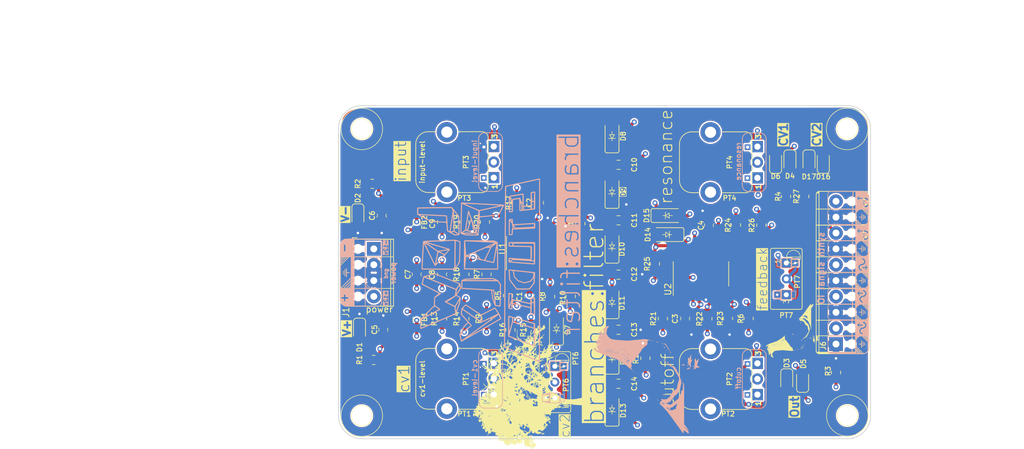
<source format=kicad_pcb>
(kicad_pcb (version 20241229) (generator "pcbnew") (generator_version "9.0")
  (layers (0 "F.Cu" signal) (4 "In1.Cu" signal) (6 "In2.Cu" signal) (2 "B.Cu" signal) (13 "F.Paste" user) (15 "B.Paste" user) (5 "F.SilkS" user "F.Silkscreen") (7 "B.SilkS" user "B.Silkscreen") (1 "F.Mask" user) (3 "B.Mask" user) (25 "Edge.Cuts" user))
  (net 0 "")
  (net 1 "+12V")
  (net 2 "GND")
  (net 3 "-12V")
  (net 4 "/AUDIO_OUT")
  (net 5 "/CV1_IN")
  (net 6 "Net-(C9-Pad1)")
  (net 7 "Net-(C9-Pad2)")
  (net 8 "Net-(D14-A)")
  (net 9 "Net-(D8-K)")
  (net 10 "Net-(D10-A)")
  (net 11 "Net-(D10-K)")
  (net 12 "Net-(D11-K)")
  (net 13 "Net-(D12-K)")
  (net 14 "Net-(D1-A)")
  (net 15 "Net-(D2-K)")
  (net 16 "Net-(D3-K)")
  (net 17 "/CV2_IN")
  (net 18 "Net-(D4-A)")
  (net 19 "/AUDIO_IN")
  (net 20 "Net-(D7-K)")
  (net 21 "Net-(D7-A)")
  (net 22 "Net-(D8-A)")
  (net 23 "Net-(D13-K)")
  (net 24 "Net-(D14-K)")
  (net 25 "Net-(J1-+12v)")
  (net 26 "Net-(J1--12v)")
  (net 27 "Net-(PT1-Pad2)")
  (net 28 "Net-(PT2-Pad2)")
  (net 29 "Net-(PT2-Pad3)")
  (net 30 "Net-(U2A--)")
  (net 31 "Net-(U2D-+)")
  (net 32 "Net-(PT4-Pad3)")
  (net 33 "Net-(PT6-Pad2)")
  (net 34 "Net-(PT7-Pad3)")
  (net 35 "Net-(U1A-+)")
  (net 36 "Net-(U1A--)")
  (net 37 "Net-(U1B--)")
  (net 38 "Net-(R10-Pad1)")
  (net 39 "Net-(U1C--)")
  (net 40 "Net-(U1D-+)")
  (net 41 "Net-(U1D--)")
  (net 42 "Net-(U2B--)")
  (net 43 "Net-(U2C-+)")
  (net 44 "Net-(U2C--)")
  (net 45 "Net-(D16-A)")
  (footprint "000_Diodes_Immo:D_MiniMELF_kawaii" (layer "F.Cu") (at 165.038 67.818 180)
    (property "Reference" "D14")
    (property "Value" "1N4148")
  )
  (footprint "000_Graphics_Immo:branches-graphic-3" (layer "F.Cu") (at 142.8242 92.1766 90)
    (property "Reference" "G***" (hide yes))
    (property "Value" "LOGO" (hide yes))
  )
  (footprint "000_Diodes_Immo:D_MiniMELF_kawaii" (layer "F.Cu") (at 156.21 95.825 90)
    (property "Reference" "D13")
    (property "Value" "1N4148")
  )
  (footprint "Resistor_SMD:R_0805_2012Metric_Pad1.20x1.40mm_HandSolder" (layer "F.Cu") (at 139.954 83.074 90)
    (property "Reference" "R16")
    (property "Value" "27k")
  )
  (footprint "000_Capacitors_Immo:C_0805_2012_HandSolder_kawaii" (layer "F.Cu") (at 144.526 62.7165 -90)
    (property "Reference" "C2")
    (property "Value" "100n")
  )
  (footprint "000_Diodes_Immo:LED_0805_2012_Kawaii" (layer "F.Cu") (at 184.15 91.177 -90)
    (property "Reference" "D5")
    (property "Value" "Audio Out")
  )
  (footprint "000_Diodes_Immo:D_MiniMELF_kawaii" (layer "F.Cu") (at 165.1 64.77)
    (property "Reference" "D15")
    (property "Value" "1N4148")
  )
  (footprint "000_ICs_Immo:SOIC-14_3.9x8.7mm_P1.27mm" (layer "F.Cu") (at 170.434 74.103 90)
    (property "Reference" "U2")
    (property "Value" "TL074")
  )
  (footprint "Resistor_SMD:R_0805_2012Metric_Pad1.20x1.40mm_HandSolder" (layer "F.Cu") (at 171.45 81.296 -90)
    (property "Reference" "R22")
    (property "Value" "33k")
  )
  (footprint "000-screw-terminals-immo:synth-signal-MPT-1x10_P2.54mm_Horizontal_1" (layer "F.Cu") (at 192.024 85.344 90)
    (property "Reference" "J6")
    (property "Value" "synth-signal-header-10way" (hide yes))
  )
  (footprint "000_Capacitors_Immo:C_0805_2012_HandSolder_kawaii" (layer "F.Cu") (at 171.704 66.3155 -90)
    (property "Reference" "C4")
    (property "Value" "100n")
  )
  (footprint "000_Capacitors_Immo:C_0805_2012_HandSolder_kawaii" (layer "F.Cu") (at 167.894 81.2585 -90)
    (property "Reference" "C3")
    (property "Value" "100n")
  )
  (footprint "Resistor_SMD:R_0805_2012Metric_Pad1.20x1.40mm_HandSolder" (layer "F.Cu") (at 136.144 74.184 90)
    (property "Reference" "R7")
    (property "Value" "33k")
  )
  (footprint "000_Capacitors_Immo:C_0805_2012_HandSolder_kawaii" (layer "F.Cu") (at 143.002 77.7025 -90)
    (property "Reference" "C1")
    (property "Value" "100n")
  )
  (footprint "000_Resistors_Immo:Potentiometer_Alpha-reversable" (layer "F.Cu") (at 137.294 90.906 90)
    (property "Reference" "PT1")
    (property "Value" "100k")
  )
  (footprint "Capacitor_SMD:C_0805_2012Metric_Pad1.18x1.45mm_HandSolder" (layer "F.Cu") (at 157.2475 83.058 180)
    (property "Reference" "C13")
    (property "Value" "1n")
  )
  (footprint "Resistor_SMD:R_0805_2012Metric_Pad1.20x1.40mm_HandSolder" (layer "F.Cu") (at 178.054 81.248 -90)
    (property "Reference" "R6")
    (property "Value" "27k")
  )
  (footprint "000_Diodes_Immo:D_MiniMELF_kawaii" (layer "F.Cu") (at 156.21 52.07 90)
    (property "Reference" "D8")
    (property "Value" "1N4148")
  )
  (footprint "Resistor_SMD:R_0805_2012Metric_Pad1.20x1.40mm_HandSolder" (layer "F.Cu") (at 180.086 66.31 -90)
    (property "Reference" "R26")
    (property "Value" "1k")
  )
  (footprint "Resistor_SMD:R_0805_2012Metric_Pad1.20x1.40mm_HandSolder" (layer "F.Cu") (at 136.144 81.296 -90)
    (property "Reference" "R9")
    (property "Value" "33k")
  )
  (footprint "Resistor_SMD:R_0805_2012Metric_Pad1.20x1.40mm_HandSolder" (layer "F.Cu") (at 132.588 65.802 90)
    (property "Reference" "R19")
    (property "Value" "33k")
  )
  (footprint "Resistor_SMD:R_0805_2012Metric_Pad1.20x1.40mm_HandSolder" (layer "F.Cu") (at 174.752 81.248 90)
    (property "Reference" "R23")
    (property "Value" "100k")
  )
  (footprint "000_Diodes_Immo:LED_0805_2012_Kawaii" (layer "F.Cu") (at 182.372 56.143 90)
    (property "Reference" "D6")
    (property "Value" "cv1")
  )
  (footprint "000_Diodes_Immo:LED_0805_2012_Kawaii" (layer "F.Cu") (at 115.57 64.779 -90)
    (property "Reference" "D2")
    (property "Value" "V-")
  )
  (footprint "000_Capacitors_Immo:C_0805_2012_HandSolder_kawaii" (layer "F.Cu") (at 124.968 74.1895 90)
    (property "Reference" "C7")
    (property "Value" "100n")
  )
  (footprint "000_Capacitors_Immo:C_0805_2012_HandSolder_kawaii" (layer "F.Cu") (at 129.032 74.1895 -90)
    (property "Reference" "C8")
    (property "Value" "100p")
  )
  (footprint "Capacitor_SMD:C_0805_2012Metric_Pad1.18x1.45mm_HandSolder" (layer "F.Cu") (at 157.2475 91.694 180)
    (property "Reference" "C14")
    (property "Value" "1n")
  )
  (footprint "Resistor_SMD:R_0805_2012Metric_Pad1.20x1.40mm_HandSolder" (layer "F.Cu") (at 149.606 77.708 -90)
    (property "Reference" "R10")
    (property "Value" "2k")
  )
  (footprint "000_Modules_Immo:credit-card-screws" (layer "F.Cu") (at 155.305611 71.066641)
    (property "Reference" "M1" (hide yes))
    (property "Value" "imogen-wren-card" (hide yes))
    (fp_line (start -42.84061 25.713416) (end -42.84061 -20.166584) (stroke (width 0.12)) (layer "Edge.Cuts"))
    (fp_line (start -39.120621 29.433416) (end 38.54939 29.429442) (stroke (width 0.12)) (layer "Edge.Cuts"))
    (fp_line (start -39.11061 -23.891582) (end 38.53939 -23.891582) (stroke (width 0.12)) (layer "Edge.Cuts"))
    (fp_line (start 42.254388 25.734456) (end 42.254388 -20.155544) (stroke (width 0.12)) (layer "Edge.Cuts"))
    (fp_arc (start -42.840611 -20.166584) (mid -41.747815 -22.802324) (end -39.11061 -23.891582) (stroke (width 0.12)) (layer "Edge.Cuts"))
    (fp_arc (start -39.120621 29.433416) (mid -41.748131 28.340929) (end -42.84061 25.713416) (stroke (width 0.12)) (layer "Edge.Cuts"))
    (fp_arc (start 38.53939 -23.891641) (mid 41.173761 -22.796079) (end 42.254387 -20.155544) (stroke (width 0.12)) (layer "Edge.Cuts"))
    (fp_arc (start 42.25439 25.734456) (mid 41.168613 28.350751) (end 38.54939 29.429442) (stroke (width 0.12)) (layer "Edge.Cuts"))
  )
  (footprint "000_Diodes_Immo:D_MiniMELF_kawaii" (layer "F.Cu") (at 156.21 69.725 90)
    (property "Reference" "D10")
    (property "Value" "1N4148")
  )
  (footprint "Resistor_SMD:R_0805_2012Metric_Pad1.20x1.40mm_HandSolder" (layer "F.Cu") (at 161.544 87.614 90)
    (property "Reference" "R11")
    (property "Value" "100k")
  )
  (footprint "Resistor_SMD:R_0805_2012Metric_Pad1.20x1.40mm_HandSolder" (layer "F.Cu") (at 192.024 89.9 -90)
    (property "Reference" "R3")
    (property "Value" "1k")
  )
  (footprint "Resistor_SMD:R_0805_2012Metric_Pad1.20x1.40mm_HandSolder" (layer "F.Cu") (at 118.094 87.884)
    (property "Reference" "R1")
    (property "Value" "1k")
  )
  (footprint "000_Diodes_Immo:D_MiniMELF_kawaii" (layer "F.Cu") (at 156.21 87.505 90)
    (property "Reference" "D12")
    (property "Value" "1N4148")
  )
  (footprint "Resistor_SMD:R_0805_2012Metric_Pad1.20x1.40mm_HandSolder" (layer "F.Cu") (at 129.032 81.296 90)
    (property "Reference" "R13")
    (property "Value" "68k")
  )
  (footprint "000_Diodes_Immo:D_MiniMELF_kawaii" (layer "F.Cu") (at 147.32 82.871 90)
    (property "Reference" "D7")
    (property "Value" "1N4148")
  )
  (footprint "000_Diodes_Immo:LED_0805_2012_Kawaii" (layer "F.Cu") (at 184.658 56.143 -90)
    (property "Reference" "D4")
    (property "Value" "cv1")
  )
  (footprint "000_Capacitors_Immo:C_0805_2012_HandSolder_kawaii" (layer "F.Cu") (at 119.634 83.0365 90)
    (property "Reference" "C5")
    (property "Value" "100n")
  )
  (footprint "Resistor_SMD:R_0805_2012Metric_Pad1.20x1.40mm_HandSolder" (layer "F.Cu") (at 151.13 66.056 -90)
    (property "Reference" "R12")
    (property "Value" "14k")
  )
  (footprint "000_Resistors_Immo:Potentiometer_Alpha-reversable" (layer "F.Cu") (at 137.294 56.209 90)
    (property "Reference" "PT3")
    (property "Value" "100k")
  )
  (footprint "000-screw-terminals-immo:synth-power-termbox-MPT-0,5-4-2.54_1x04_P2.54mm" (layer "F.Cu") (at 118.11 70.104 -90)
    (property "Reference" "J1")
    (property "Value" "power")
  )
  (footprint "000_Diodes_Immo:LED_0805_2012_Kawaii" (layer "F.Cu") (at 187.706 56.134 -90)
    (property "Reference" "D17")
    (property "Value" "cv2")
  )
  (footprint "Resistor_SMD:R_0805_2012Metric_Pad1.20x1.40mm_HandSolder" (layer "F.Cu") (at 132.588 81.296 90)
    (property "Reference" "R14")
    (property "Value" "68k")
  )
  (footprint "000_Resistors_Immo:Potentiometer_Bourns-reversable-1" (layer "F.Cu") (at 184.0738 72.3646 90)
    (property "Reference" "PT7")
    (property "Value" "100k-trim")
  )
  (footprint "Inductor_SMD:L_0805_2012Metric_Pad1.05x1.20mm_HandSolder" (layer "F.Cu") (at 124.968 81.4 -90)
    (property "Reference" "FB1")
    (property "Value" "FerriteBead")
  )
  (footprint "Resistor_SMD:R_0805_2012Metric_Pad1.20x1.40mm_HandSolder" (layer "F.Cu") (at 186.944 61.706 90)
    (property "Reference" "R27")
    (property "Value" "1k")
  )
  (footprint "000_Diodes_Immo:LED_0805_2012_Kawaii" (layer "F.Cu") (at 186.69 91.195 90)
    (property "Reference" "D3")
    (property "Value" "Audio Out")
  )
  (footprint "Resistor_SMD:R_0805_2012Metric_Pad1.20x1.40mm_HandSolder" (layer "F.Cu") (at 184.023 61.706 90)
    (property "Reference" "R4")
    (property "Value" "1k")
  )
  (footprint "000_Resistors_Immo:Potentiometer_Alpha-reversable" (layer "F.Cu") (at 179.458 56.235 90)
    (property "Reference" "PT4")
    (property "Value" "100k")
  )
  (footprint "000_Resistors_Immo:Potentiometer_Alpha-reversable" (layer "F.Cu") (at 179.458 90.932 90)
    (property "Reference" "PT2")
    (property "Value" "100k")
  )
  (footprint "000_Diodes_Immo:LED_0805_2012_Kawaii" (layer "F.Cu") (at 189.992 56.143 90)
    (property "Reference" "D16")
    (property "Value" "cv2")
  )
  (footprint "Resistor_SMD:R_0805_2012Metric_Pad1.20x1.40mm_HandSolder" (layer "F.Cu") (at 176.022 66.278 90)
    (property "Reference" "R24")
    (property "Value" "1k")
  )
  (footprint "Capacitor_SMD:C_0805_2012Metric_Pad1.18x1.45mm_HandSolder" (layer "F.Cu") (at 157.2475 56.642 180)
    (property "Reference" "C10")
    (property "Value" "1n")
  )
  (footprint "000-low-poly-studio:mask-heavy-low-poly-studio-15x10" (layer "F.Cu") (at 149.352 55.118 90)
    (property "Reference" "G***" (hide yes))
    (property "Value" "LOGO" (hide yes))
  )
  (footprint "000_Diodes_Immo:D_MiniMELF_kawaii" (layer "F.Cu") (at 156.21 78.615 90)
    (property "Reference" "D11")
    (property "Value" "1N4148")
  )
  (footprint "Resistor_SMD:R_0805_2012Metric_Pad1.20x1.40mm_HandSolder" (layer "F.Cu") (at 143.256 83.074 90)
    (property "Reference" "R15")
    (property "Value" "100k")
  )
  (footprint "000_Resistors_Immo:Potentiometer_Bourns-reversable-1" (layer "F.Cu") (at 147.066 88.9 90)
    (property "Reference" "PT6")
    (property "Value" "100k-trim")
  )
  (footprint "Resistor_SMD:R_0805_2012Metric_Pad1.20x1.40mm_HandSolder" (layer "F.Cu") (at 164.338 81.264 -90)
    (property "Reference" "R21")
    (property "Value" "1k")
  )
  (footprint "Inductor_SMD:L_0805_2012Metric_Pad1.05x1.20mm_HandSolder" (layer "F.Cu") (at 124.968 65.906 -90)
    (property "Reference" "FB2")
    (property "Value" "FerriteBead")
  )
  (footprint "000-low-poly-studio:low-poly-pigeon" (layer "F.Cu") (at 184.912 82.042 90)
    (property "Reference" "G***" (hide yes))
    (property "Value" "LOGO" (hide yes))
  )
  (footprint "000_Diodes_Immo:LED_0805_2012_Kawaii" (layer "F.Cu") (at 115.824 83.067 -90)
    (property "Reference" "D1")
    (property "Value" "V+")
  )
  (footprint "Resistor_SMD:R_0805_2012Metric_Pad1.20x1.40mm_HandSolder" (layer "F.Cu") (at 117.856 59.69)
    (property "Reference" "R2")
    (property "Value" "1k")
  )
  (footprint "Package_SO:SOIC-14_3.9x8.7mm_P1.27mm" (layer "F.Cu") (at 143.764 70.039 90)
    (property "Reference" "U1")
    (property "Value" "TL074")
  )
  (footprint "Capacitor_SMD:C_0805_2012Metric_Pad1.18x1.45mm_HandSolder" (layer "F.Cu") (at 129.032 65.8075 -90)
    (property "Reference" "C9")
    (property "Value" "1u")
  )
  (footprint "Resistor_SMD:R_0805_2012Metric_Pad1.20x1.40mm_HandSolder" (layer "F.Cu") (at 163.068 72.501 90)
    (property "Reference" "R25")
    (property "Value" "100k")
  )
  (footprint "Resistor_SMD:R_0805_2012Metric_Pad1.20x1.40mm_HandSolder" (layer "F.Cu") (at 135.89 65.802 -90)
    (property "Reference" "R20")
    (property "Value" "33k")
  )
  (footprint "Resistor_SMD:R_0805_2012Metric_Pad1.20x1.40mm_HandSolder" (layer "F.Cu") (at 132.588 74.184 90)
    (property "Reference" "R18")
    (property "Value" "33k")
  )
  (footprint "Resistor_SMD:R_0805_2012Metric_Pad1.20x1.40mm_HandSolder" (layer "F.Cu") (at 139.573 77.581 90)
    (property "Reference" "R5")
    (property "Value" "100k")
  )
  (footprint "000_Diodes_Immo:D_MiniMELF_kawaii" (layer "F.Cu") (at 156.21 60.96 90)
    (property "Reference" "D9")
    (property "Value" "1N4148")
  )
  (footprint "Resistor_SMD:R_0805_2012Metric_Pad1.20x1.40mm_HandSolder" (layer "F.Cu") (at 140.97 62.754 -90)
    (property "Reference" "R17")
    (property "Value" "33k")
  )
  (footprint "Capacitor_SMD:C_0805_2012Metric_Pad1.18x1.45mm_HandSolder" (layer "F.Cu") (at 157.2475 65.532 180)
    (property "Reference" "C11")
    (property "Value" "1n")
  )
  (footprint "000_Capacitors_Immo:C_0805_2012_HandSolder_kawaii" (layer "F.Cu") (at 119.38 64.7915 90)
    (property "Reference" "C6")
    (property "Value" "100n")
  )
  (footprint "Resistor_SMD:R_0805_2012Metric_Pad1.20x1.40mm_HandSolder" (layer "F.Cu") (at 146.304 77.74 90)
    (property "Reference" "R8")
    (property "Value" "33k")
  )
  (footprint "Capacitor_SMD:C_0805_2012Metric_Pad1.18x1.45mm_HandSolder" (layer "F.Cu") (at 157.2475 74.23 180)
    (property "Reference" "C12")
    (property "Value" "1n")
  )
  (footprint "000-low-poly-studio:low-poly-pigeon" (layer "B.Cu") (at 161.544 92.202 -90)
    (property "Reference" "G***" (hide yes))
    (property "Value" "LOGO" (hide yes))
  )
  (footprint "000-low-poly-studio:heavy-low-poly-studio-30x20" (layer "B.Cu") (at 134.874 73.533 -90)
    (property "Reference" "G***" (hide yes))
    (property "Value" "LOGO" (hide yes))
  )
  (footprint "000_Graphics_Immo:ImogenWren40_cu" (layer "B.Cu") (at 166.116 72.644 -90)
    (property "Reference" "G***" (hide yes))
    (property "Value" "LOGO" (hide yes))
  )
  (gr_text "filter" (at 155.1 76.885 90) (layer "F.SilkS") (effects (font (size 3 3) (thickness 0.2)) (justify left bottom)))
  (gr_text "CV2" (at 189.738 53.848 90) (layer "F.SilkS" knockout) (effects (font (size 1.3 1.3) (thickness 0.3) (bold yes)) (justify left bottom)))
  (gr_text "branches:" (at 155.184453 98.400547 90) (layer "F.SilkS" knockout) (effects (font (size 3 3) (thickness 0.2)) (justify left bottom)))
  (gr_text "CV1" (at 184.404 53.848 90) (layer "F.SilkS" knockout) (effects (font (size 1.3 1.3) (thickness 0.3) (bold yes)) (justify left bottom)))
  (gr_text "Out" (at 186.182 97.282 90) (layer "F.SilkS" knockout) (effects (font (size 1.3 1.3) (thickness 0.3) (bold yes)) (justify left bottom)))
  (gr_text "filter" (at 151.384 73.152 90) (layer "B.SilkS") (effects (font (size 3 3) (thickness 0.2)) (justify left bottom mirror)))
  (gr_text "branches:" (at 151.13 51.382453 90) (layer "B.SilkS" knockout) (effects (font (size 3 3) (thickness 0.2)) (justify left bottom mirror)))
  (segment (start 170.134001 76.877999) (end 170.134001 78.550748) (width 0.5) (layer "F.Cu") (net 1))
  (segment (start 169.234489 80.221) (end 170.434 79.021489) (width 0.5) (layer "F.Cu") (net 1))
  (segment (start 143.002 76.665) (end 143.002 75.438) (width 0.5) (layer "F.Cu") (net 1))
  (segment (start 143.002 77.5025) (end 143.002 76.665) (width 0.5) (layer "F.Cu") (net 1))
  (segment (start 129.032 76.454) (end 129.032 75.227) (width 0.5) (layer "F.Cu") (net 1))
  (segment (start 119.634 85.566) (end 119.094 86.106) (width 0.5) (layer "F.Cu") (net 1))
  (segment (start 143.002 75.438) (end 143.764 74.676) (width 0.5) (layer "F.Cu") (net 1))
  (segment (start 119.634 84.074) (end 119.634 85.566) (width 0.5) (layer "F.Cu") (net 1))
  (segment (start 170.134001 78.550748) (end 170.434 78.850747) (width 0.5) (layer "F.Cu") (net 1))
  (segment (start 170.434 78.850747) (end 170.434 79.021489) (width 0.5) (layer "F.Cu") (net 1))
  (segment (start 170.434 76.578) (end 170.134001 76.877999) (width 0.5) (layer "F.Cu") (net 1))
  (segment (start 143.764 74.676) (end 143.764 72.514) (width 0.5) (layer "F.Cu") (net 1))
  (segment (start 167.894 80.221) (end 169.234489 80.221) (width 0.5) (layer "F.Cu") (net 1))
  (segment (start 124.968 76.454) (end 124.968 75.227) (width 0.5) (layer "F.Cu") (net 1))
  (segment (start 124.968 82.55) (end 124.968 81.534) (width 0.5) (layer "F.Cu") (net 1))
  (segment (start 124.968 84.074) (end 124.968 82.55) (width 0.5) (layer "F.Cu") (net 1))
  (segment (start 119.094 87.884) (end 119.094 86.106) (width 0.5) (layer "F.Cu") (net 1))
  (via (at 143.002 77.5025) (size 0.8) (drill 0.4) (layers "F.Cu" "B.Cu") (net 1))
  (via (at 124.968 76.454) (size 0.8) (drill 0.4) (layers "F.Cu" "B.Cu") (net 1))
  (via (at 124.968 84.074) (size 0.8) (drill 0.4) (layers "F.Cu" "B.Cu") (net 1))
  (via (at 124.968 81.534) (size 0.8) (drill 0.4) (layers "F.Cu" "B.Cu") (net 1))
  (via (at 119.094 86.106) (size 0.8) (drill 0.4) (layers "F.Cu" "B.Cu") (net 1))
  (via (at 179.324 85.598) (size 0.8) (drill 0.4) (layers "F.Cu" "B.Cu") (net 1))
  (via (at 129.032 76.454) (size 0.8) (drill 0.4) (layers "F.Cu" "B.Cu") (net 1))
  (via (at 170.434 79.021489) (size 0.8) (drill 0.4) (layers "F.Cu" "B.Cu") (net 1))
  (segment (start 179.324 85.598) (end 179.324 86.7848) (width 0.5) (layer "B.Cu") (net 1))
  (segment (start 144.526 61.679) (end 145.923 63.076) (width 0.5) (layer "F.Cu") (net 2))
  (segment (start 145.034 66.04) (end 145.923 65.151) (width 0.5) (layer "F.Cu") (net 2))
  (segment (start 139.954 84.074) (end 139.954 85.344) (width 0.5) (layer "F.Cu") (net 2))
  (segment (start 158.285 65.532) (end 158.285 63.203) (width 0.5) (layer "F.Cu") (net 2))
  (segment (start 171.704 65.278) (end 171.704 64.516) (width 0.5) (layer "F.Cu") (net 2))
  (segment (start 158.285 74.23) (end 160.974 74.23) (width 0.5) (layer "F.Cu") (net 2))
  (segment (start 167.894 82.296) (end 167.894 82.804) (width 0.5) (layer "F.Cu") (net 2))
  (segment (start 132.588 66.802) (end 133.35 66.802) (width 0.5) (layer "F.Cu") (net 2))
  (segment (start 160.974 74.23) (end 161.036 74.168) (width 0.5) (layer "F.Cu") (net 2))
  (segment (start 115.824 82.042) (end 115.824 80.518) (width 0.5) (layer "F.Cu") (net 2))
  (segment (start 119.634 81.999) (end 119.634 80.772) (width 0.5) (layer "F.Cu") (net 2))
  (segment (start 158.285 83.058) (end 160.782 83.058) (width 0.5) (layer "F.Cu") (net 2))
  (segment (start 167.894 82.804) (end 168.91 83.82) (width 0.5) (layer "F.Cu") (net 2))
  (segment (start 171.704 77.751069) (end 171.223069 78.232) (width 0.5) (layer "F.Cu") (net 2))
  (segment (start 171.704 76.578) (end 171.704 77.751069) (width 0.5) (layer "F.Cu") (net 2))
  (segment (start 135.7192 53.796) (end 134.7928 54.7224) (width 0.5) (layer "F.Cu") (net 2))
  (segment (start 119.38 65.829) (end 119.38 67.564) (width 0.5) (layer "F.Cu") (net 2))
  (segment (start 145.923 63.076) (end 145.923 65.151) (width 0.5) (layer "F.Cu") (net 2))
  (segment (start 145.034 67.564) (end 145.034 66.04) (width 0.5) (layer "F.Cu") (net 2))
  (segment (start 115.57 65.804) (end 115.57 67.564) (width 0.5) (layer "F.Cu") (net 2))
  (segment (start 174.752 82.248) (end 174.752 83.566) (width 0.5) (layer "F.Cu") (net 2))
  (segment (start 171.704 64.516) (end 171.196 64.008) (width 0.5) (layer "F.Cu") (net 2))
  (segment (start 134.7928 54.7224) (end 134.7928 59.649999) (width 0.5) (layer "F.Cu") (net 2))
  (segment (start 145.034 74.93) (end 145.034 72.514) (width 0.5) (layer "F.Cu") (net 2))
  (segment (start 158.285 63.203) (end 158.496 62.992) (width 0.5) (layer "F.Cu") (net 2))
  (segment (start 133.35 66.802) (end 133.858 67.31) (width 0.5) (layer "F.Cu") (net 2))
  (segment (start 171.196 64.008) (end 170.688 64.008) (width 0.5) (layer "F.Cu") (net 2))
  (segment (start 174.752 83.566) (end 175.006 83.82) (width 0.5) (layer "F.Cu") (net 2))
  (segment (start 135.467801 60.325) (end 135.9662 60.325) (width 0.5) (layer "F.Cu") (net 2))
  (segment (start 192.024 88.9) (end 192.024 87.63) (width 0.5) (layer "F.Cu") (net 2))
  (segment (start 134.7928 59.649999) (end 135.467801 60.325) (width 0.5) (layer "F.Cu") (net 2))
  (via (at 192.024 87.63) (size 0.8) (drill 0.4) (layers "F.Cu" "B.Cu") (net 2))
  (via (at 175.006 83.82) (size 0.8) (drill 0.4) (layers "F.Cu" "B.Cu") (net 2))
  (via (at 171.223069 78.232) (size 0.8) (drill 0.4) (layers "F.Cu" "B.Cu") (net 2))
  (via (at 160.782 83.058) (size 0.8) (drill 0.4) (layers "F.Cu" "B.Cu") (net 2))
  (via (at 133.858 67.31) (size 0.8) (drill 0.4) (layers "F.Cu" "B.Cu") (net 2))
  (via (at 161.036 74.168) (size 0.8) (drill 0.4) (layers "F.Cu" "B.Cu") (net 2))
  (via (at 145.034 74.93) (size 0.8) (drill 0.4) (layers "F.Cu" "B.Cu") (net 2))
  (via (at 158.496 62.992) (size 0.8) (drill 0.4) (layers "F.Cu" "B.Cu") (net 2))
  (via (at 115.57 67.564) (size 0.8) (drill 0.4) (layers "F.Cu" "B.Cu") (net 2))
  (via (at 119.38 67.564) (size 0.8) (drill 0.4) (layers "F.Cu" "B.Cu") (net 2))
  (via (at 135.9662 60.325) (size 0.8) (drill 0.4) (layers "F.Cu" "B.Cu") (net 2))
  (via (at 170.688 64.008) (size 0.8) (drill 0.4) (layers "F.Cu" "B.Cu") (net 2))
  (via (at 115.824 80.518) (size 0.8) (drill 0.4) (layers "F.Cu" "B.Cu") (net 2))
  (via (at 137.751897 95.293103) (size 0.8) (drill 0.4) (layers "F.Cu" "B.Cu") (net 2))
  (via (at 139.954 85.344) (size 0.8) (drill 0.4) (layers "F.Cu" "B.Cu") (net 2))
  (via (at 145.045 88.9) (size 0.8) (drill 0.4) (layers "F.Cu" "B.Cu") (net 2))
  (via (at 145.923 65.151) (size 0.8) (drill 0.4) (layers "F.Cu" "B.Cu") (net 2))
  (via (at 168.91 83.82) (size 0.8) (drill 0.4) (layers "F.Cu" "B.Cu") (net 2))
  (via (at 119.634 80.772) (size 0.8) (drill 0.4) (layers "F.Cu" "B.Cu") (net 2))
  (segment (start 145.895 88.9254) (end 145.895 88.9) (width 0.5) (layer "B.Cu") (net 2))
  (segment (start 145.895 88.9) (end 145.045 88.9) (width 0.5) (layer "B.Cu") (net 2))
  (segment (start 137.3956 95.482806) (end 137.415397 95.502603) (width 0.5) (layer "B.Cu") (net 2))
  (segment (start 135.9662 60.325) (end 137.369 60.325) (width 0.5) (layer "B.Cu") (net 2))
  (segment (start 137.542397 95.502603) (end 137.751897 95.293103) (width 0.5) (layer "B.Cu") (net 2))
  (segment (start 137.415397 95.502603) (end 137.542397 95.502603) (width 0.5) (layer "B.Cu") (net 2))
  (segment (start 137.3956 94.9954) (end 137.3956 95.482806) (width 0.5) (layer "B.Cu") (net 2))
  (segment (start 170.434 69.342) (end 171.45 68.326) (width 0.5) (layer "F.Cu") (net 3))
  (segment (start 172.466 67.31) (end 171.747 67.31) (width 0.5) (layer "F.Cu") (net 3))
  (segment (start 178.054 78.994) (end 177.673 78.613) (width 0.5) (layer "F.Cu") (net 3))
  (segment (start 143.764 65.786) (end 144.526 65.024) (width 0.5) (layer "F.Cu") (net 3))
  (segment (start 170.434 71.628) (end 170.434 69.342) (width 0.5) (layer "F.Cu") (net 3))
  (segment (start 171.45 68.326) (end 171.704 68.072) (width 0.5) (layer "F.Cu") (net 3))
  (segment (start 143.764 67.564) (end 143.764 65.786) (width 0.5) (layer "F.Cu") (net 3))
  (segment (start 173.228 66.548) (end 173.228 65.532) (width 0.5) (layer "F.Cu") (net 3))
  (segment (start 129.032 71.882) (end 129.032 73.152) (width 0.5) (layer "F.Cu") (net 3))
  (segment (start 171.747 67.31) (end 171.704 67.353) (width 0.5) (layer "F.Cu") (net 3))
  (segment (start 178.054 80.248) (end 178.054 78.994) (width 0.5) (layer "F.Cu") (net 3))
  (segment (start 144.526 65.024) (end 144.526 63.754) (width 0.5) (layer "F.Cu") (net 3))
  (segment (start 124.968 71.882) (end 124.968 73.152) (width 0.5) (layer "F.Cu") (net 3))
  (segment (start 119.38 61.722) (end 118.872 61.214) (width 0.5) (layer "F.Cu") (net 3))
  (segment (start 171.704 68.072) (end 171.704 67.353) (width 0.5) (layer "F.Cu") (net 3))
  (segment (start 124.968 65.786) (end 124.968 64.756) (width 0.5) (layer "F.Cu") (net 3))
  (segment (start 143.256 84.074) (end 143.256 85.1662) (width 0.5) (layer "F.Cu") (net 3))
  (segment (start 172.466 67.31) (end 173.228 66.548) (width 0.5) (layer "F.Cu") (net 3))
  (segment (start 119.38 63.754) (end 119.38 61.722) (width 0.5) (layer "F.Cu") (net 3))
  (segment (start 118.872 61.214) (end 118.872 59.706) (width 0.5) (layer "F.Cu") (net 3))
  (via (at 118.872 61.214) (size 0.8) (drill 0.4) (layers "F.Cu" "B.Cu") (net 3))
  (via (at 124.968 65.786) (size 0.8) (drill 0.4) (layers "F.Cu" "B.Cu") (net 3))
  (via (at 143.256 85.1662) (size 0.8) (drill 0.4) (layers "F.Cu" "B.Cu") (net 3))
  (via (at 173.228 65.532) (size 0.8) (drill 0.4) (layers "F.Cu" "B.Cu") (net 3))
  (via (at 177.673 78.613) (size 0.8) (drill 0.4) (layers "F.Cu" "B.Cu") (net 3))
  (via (at 124.968 71.882) (size 0.8) (drill 0.4) (layers "F.Cu" "B.Cu") (net 3))
  (via (at 144.526 65.024) (size 0.8) (drill 0.4) (layers "F.Cu" "B.Cu") (net 3))
  (via (at 129.032 71.882) (size 0.8) (drill 0.4) (layers "F.Cu" "B.Cu") (net 3))
  (segment (start 184.15 90.152) (end 186.672 90.152) (width 0.5) (layer "F.Cu") (net 4))
  (segment (start 186.672 89.898) (end 185.547 88.773) (width 0.5) (layer "F.Cu") (net 4))
  (segment (start 186.69 89.916) (end 185.547 88.773) (width 0.5) (layer "F.Cu") (net 4))
  (segment (start 176.022 65.278) (end 176.022 64.008) (width 0.5) (layer "F.Cu") (net 4))
  (via (at 176.022 64.008) (size 0.8) (drill 0.4) (layers "F.Cu" "B.Cu") (net 4))
  (via (at 185.547 88.773) (size 0.8) (drill 0.4) (layers "F.Cu" "B.Cu") (net 4))
  (segment (start 182.372 55.118) (end 184.658 55.118) (width 0.5) (layer "F.Cu") (net 5))
  (segment (start 184.658 55.118) (end 184.658 54.356) (width 0.5) (layer "F.Cu") (net 5))
  (segment (start 184.658 54.356) (end 185.3565 53.6575) (width 0.5) (layer "F.Cu") (net 5))
  (via (at 185.3565 53.6575) (size 0.8) (drill 0.4) (layers "F.Cu" "B.Cu") (net 5))
  (via (at 135.89 86.741) (size 0.8) (drill 0.4) (layers "F.Cu" "B.Cu") (net 5))
  (segment (start 137.2432 86.842) (end 135.991 86.842) (width 0.5) (layer "B.Cu") (net 5))
  (segment (start 135.991 86.842) (end 135.89 86.741) (width 0.5) (layer "B.Cu") (net 5))
  (segment (start 129.159 64.008) (end 129.159 64.643) (width 0.5) (layer "F.Cu") (net 6))
  (segment (start 127.635 62.484) (end 129.159 64.008) (width 0.5) (layer "F.Cu") (net 6))
  (via (at 127.635 62.484) (size 0.8) (drill 0.4) (layers "F.Cu" "B.Cu") (net 6))
  (segment (start 129.032 66.845) (end 129.032 68.199) (width 0.5) (layer "F.Cu") (net 7))
  (segment (start 140.303 78.581) (end 140.97 79.248) (width 0.5) (layer "F.Cu") (net 7))
  (segment (start 139.573 78.581) (end 140.303 78.581) (width 0.5) (layer "F.Cu") (net 7))
  (via (at 129.032 68.199) (size 0.8) (drill 0.4) (layers "F.Cu" "B.Cu") (net 7))
  (via (at 140.97 79.248) (size 0.8) (drill 0.4) (layers "F.Cu" "B.Cu") (net 7))
  (segment (start 163.26 64.77) (end 163.26 67.751) (width 0.5) (layer "F.Cu") (net 8))
  (segment (start 166.624 71.628) (end 166.624 70.612) (width 0.5) (layer "F.Cu") (net 8))
  (segment (start 158.285 91.694) (end 159.004 91.694) (width 0.5) (layer "F.Cu") (net 8))
  (segment (start 159.766 56.642) (end 161.544 54.864) (width 0.5) (layer "F.Cu") (net 8))
  (segment (start 163.193 67.818) (end 163.193 69.848002) (width 0.5) (layer "F.Cu") (net 8))
  (segment (start 163.445002 69.596) (end 163.193 69.848002) (width 0.5) (layer "F.Cu") (net 8))
  (segment (start 165.608 69.596) (end 163.445002 69.596) (width 0.5) (layer "F.Cu") (net 8))
  (segment (start 163.193 67.818) (end 163.193 69.848) (width 0.5) (layer "F.Cu") (net 8))
  (segment (start 163.26 64.77) (end 163.26 62.93) (width 0.5) (layer "F.Cu") (net 8))
  (segment (start 163.068 69.973002) (end 163.193 69.848002) (width 0.5) (layer "F.Cu") (net 8))
  (segment (start 163.068 71.406) (end 163.068 69.973002) (width 0.5) (layer "F.Cu") (net 8))
  (segment (start 166.624 70.612) (end 165.608 69.596) (width 0.5) (layer "F.Cu") (net 8))
  (segment (start 163.26 62.93) (end 163.068 62.738) (width 0.5) (layer "F.Cu") (net 8))
  (segment (start 158.285 56.642) (end 159.766 56.642) (width 0.5) (layer "F.Cu") (net 8))
  (segment (start 159.512 56.642) (end 158.285 56.642) (width 0.5) (layer "F.Cu") (net 8))
  (segment (start 159.004 91.694) (end 161.29 93.98) (width 0.5) (layer "F.Cu") (net 8))
  (via (at 161.544 54.864) (size 0.8) (drill 0.4) (layers "F.Cu" "B.Cu") (net 8))
  (via (at 163.068 62.738) (size 0.8) (drill 0.4) (layers "F.Cu" "B.Cu") (net 8))
  (via (at 161.29 93.98) (size 0.8) (drill 0.4) (layers "F.Cu" "B.Cu") (net 8))
  (via (at 163.193 69.848002) (size 0.8) (drill 0.4) (layers "F.Cu" "B.Cu") (net 8))
  (segment (start 156.21 59.115) (end 156.21 53.91) (width 0.5) (layer "F.Cu") (net 9))
  (segment (start 156.21 67.88) (end 156.21 62.8) (width 0.5) (layer "F.Cu") (net 10))
  (segment (start 169.164 76.578) (end 169.164 78.886237) (width 0.5) (layer "F.Cu") (net 11))
  (segment (start 156.21 75.438) (end 156.21 71.565) (width 0.5) (layer "F.Cu") (net 11))
  (segment (start 156.21 76.77) (end 156.21 75.438) (width 0.5) (layer "F.Cu") (net 11))
  (segment (start 169.164 78.886237) (end 169.230229 78.952466) (width 0.5) (layer "F.Cu") (net 11))
  (via (at 156.21 75.438) (size 0.8) (drill 0.4) (layers "F.Cu" "B.Cu") (net 11))
  (via (at 169.230229 78.952466) (size 0.8) (drill 0.4) (layers "F.Cu" "B.Cu") (net 11))
  (segment (start 156.21 85.66) (end 156.21 80.455) (width 0.5) (layer "F.Cu") (net 12))
  (segment (start 156.21 93.98) (end 156.21 89.345) (width 0.5) (layer "F.Cu") (net 13))
  (segment (start 115.824 87.376) (end 116.332 87.884) (width 0.5) (layer "F.Cu") (net 14))
  (segment (start 115.824 84.092) (end 115.824 87.376) (width 0.5) (layer "F.Cu") (net 14))
  (segment (start 116.332 87.884) (end 117.094 87.884) (width 0.5) (layer "F.Cu") (net 14))
  (segment (start 115.57 63.754) (end 115.57 59.944) (width 0.5) (layer "F.Cu") (net 15))
  (segment (start 115.57 59.944) (end 115.824 59.69) (width 0.5) (layer "F.Cu") (net 15))
  (segment (start 115.824 59.69) (end 116.856 59.69) (width 0.5) (layer "F.Cu") (net 15))
  (segment (start 184.15 92.202) (end 186.672 92.202) (width 0.5) (layer "F.Cu") (net 16))
  (segment (start 186.69 92.964) (end 186.944 93.218) (width 0.5) (layer "F.Cu") (net 16))
  (segment (start 186.944 93.218) (end 186.944 93.726) (width 0.5) (layer "F.Cu") (net 16))
  (segment (start 186.944 93.726) (end 187.579 94.361) (width 0.5) (layer "F.Cu") (net 16))
  (segment (start 192.024 90.9) (end 192.024 92.202) (width 0.5) (layer "F.Cu") (net 16))
  (segment (start 186.69 92.22) (end 186.69 92.964) (width 0.5) (layer "F.Cu") (net 16))
  (via (at 192.024 92.202) (size 0.8) (drill 0.4) (layers "F.Cu" "B.Cu") (net 16))
  (via (at 187.579 94.361) (size 0.8) (drill 0.4) (layers "F.Cu" "B.Cu") (net 16))
  (segment (start 192.024 67.564) (end 190.473 66.013) (width 0.5) (layer "F.Cu") (net 17))
  (segment (start 189.992 57.168) (end 187.715 57.168) (width 0.5) (layer "F.Cu") (net 17))
  (segment (start 190.473 57.195) (end 190.446 57.168) (width 0.5) (layer "F.Cu") (net 17))
  (segment (start 190.473 66.013) (end 190.473 57.195) (width 0.5) (layer "F.Cu") (net 17))
  (segment (start 148.4884 88.9) (end 148.4884 93.9546) (width 0.5) (layer "B.Cu") (net 17))
  (segment (start 182.372 57.168) (end 184.658 57.168) (width 0.5) (layer "F.Cu") (net 18))
  (segment (start 184.023 57.803) (end 184.658 57.168) (width 0.5) (layer "F.Cu") (net 18))
  (segment (start 184.023 60.706) (end 184.023 57.803) (width 0.5) (layer "F.Cu") (net 18))
  (via (at 137.414 50.546) (size 0.8) (drill 0.4) (layers "F.Cu" "B.Cu") (net 19))
  (segment (start 137.414 50.546) (end 137.414 51.9742) (width 0.5) (layer "B.Cu") (net 19))
  (segment (start 146.304 79.629) (end 145.669 80.264) (width 0.5) (layer "F.Cu") (net 20))
  (segment (start 147.32 84.711) (end 147.32 85.852) (width 0.5) (layer "F.Cu") (net 20))
  (segment (start 139.954 82.074) (end 140.684 82.074) (width 0.5) (layer "F.Cu") (net 20))
  (segment (start 146.304 78.74) (end 146.304 79.629) (width 0.5) (layer "F.Cu") (net 20))
  (segment (start 140.97 61.754) (end 140.97 60.325) (width 0.5) (layer "F.Cu") (net 20))
  (segment (start 143.256 82.074) (end 143.256 81.026) (width 0.5) (layer "F.Cu") (net 20))
  (segment (start 140.684 82.074) (end 141.224 81.534) (width 0.5) (layer "F.Cu") (net 20))
  (via (at 143.256 81.026) (size 0.8) (drill 0.4) (layers "F.Cu" "B.Cu") (net 20))
  (via (at 141.224 81.534) (size 0.8) (drill 0.4) (layers "F.Cu" "B.Cu") (net 20))
  (via (at 140.97 60.325) (size 0.8) (drill 0.4) (layers "F.Cu" "B.Cu") (net 20))
  (via (at 145.669 80.264) (size 0.8) (drill 0.4) (layers "F.Cu" "B.Cu") (net 20))
  (via (at 147.32 85.852) (size 0.8) (drill 0.4) (layers "F.Cu" "B.Cu") (net 20))
  (segment (start 148.774914 66.230927) (end 148.774914 66.465959) (width 0.5) (layer "F.Cu") (net 21))
  (segment (start 149.092841 65.913) (end 148.774914 66.230927) (width 0.5) (layer "F.Cu") (net 21))
  (segment (start 147.574 67.564) (end 148.672041 66.465959) (width 0.5) (layer "F.Cu") (net 21))
  (segment (start 148.672041 66.465959) (end 148.774914 66.465959) (width 0.5) (layer "F.Cu") (net 21))
  (segment (start 147.32 80.137) (end 147.828 79.629) (width 0.5) (layer "F.Cu") (net 21))
  (segment (start 149.733 65.913) (end 149.092841 65.913) (width 0.5) (layer "F.Cu") (net 21))
  (segment (start 147.32 81.026) (end 147.32 80.137) (width 0.5) (layer "F.Cu") (net 21))
  (segment (start 150.876 67.056) (end 149.733 65.913) (width 0.5) (layer "F.Cu") (net 21))
  (via (at 148.774914 66.465959) (size 0.8) (drill 0.4) (layers "F.Cu" "B.Cu") (net 21))
  (via (at 147.828 79.629) (size 0.8) (drill 0.4) (layers "F.Cu" "B.Cu") (net 21))
  (segment (start 156.21 50.225) (end 159.325 50.225) (width 0.5) (layer "F.Cu") (net 22))
  (segment (start 159.325 50.225) (end 159.766 49.784) (width 0.5) (layer "F.Cu") (net 22))
  (segment (start 149.479 78.835) (end 149.479 80.061103) (width 0.5) (layer "F.Cu") (net 22))
  (segment (start 136.144 82.296) (end 136.144001 83.388199) (width 0.5) (layer "F.Cu") (net 22))
  (segment (start 149.479 80.061103) (end 149.543897 80.126) (width 0.5) (layer "F.Cu") (net 22))
  (via (at 136.144001 83.388199) (size 0.8) (drill 0.4) (layers "F.Cu" "B.Cu") (net 22))
  (via (at 159.766 49.784) (size 0.8) (drill 0.4) (layers "F.Cu" "B.Cu") (net 22))
  (via (at 149.543897 80.126) (size 0.8) (drill 0.4) (layers "F.Cu" "B.Cu") (net 22))
  (segment (start 139.954 66.548) (end 139.446 66.04) (width 0.5) (layer "F.Cu") (net 23))
  (segment (start 139.446 66.04) (end 137.668 66.04) (width 0.5) (layer "F.Cu") (net 23))
  (segment (start 136.906 66.802) (end 135.89 66.802) (width 0.5) (layer "F.Cu") (net 23))
  (segment (start 159.641 97.665) (end 160.274 98.298) (width 0.5) (layer "F.Cu") (net 23))
  (segment (start 137.668 66.04) (end 136.906 66.802) (width 0.5) (layer "F.Cu") (net 23))
  (segment (start 139.954 67.564) (end 139.954 66.548) (width 0.5) (layer "F.Cu") (net 23))
  (segment (start 156.21 97.665) (end 159.641 97.665) (width 0.5) (layer "F.Cu") (net 23))
  (segment (start 135.89 66.802) (end 135.89 68.199) (width 0.5) (layer "F.Cu") (net 23))
  (via (at 135.89 68.199) (size 0.8) (drill 0.4) (layers "F.Cu" "B.Cu") (net 23))
  (via (at 160.274 98.298) (size 0.8) (drill 0.4) (layers "F.Cu" "B.Cu") (net 23))
  (segment (start 163.068 74.93) (end 162.814 75.184) (width 0.5) (layer "F.Cu") (net 24))
  (segment (start 166.945 64.77) (end 166.945 67.751) (width 0.5) (layer "F.Cu") (net 24))
  (segment (start 166.878 68.668) (end 167.044 68.834) (width 0.5) (layer "F.Cu") (net 24))
  (segment (start 168.148 68.834) (end 168.402 68.58) (width 0.5) (layer "F.Cu") (net 24))
  (segment (start 163.068 73.406) (end 163.068 74.93) (width 0.5) (layer "F.Cu") (net 24))
  (segment (start 166.878 67.818) (end 166.878 68.668) (width 0.5) (layer "F.Cu") (net 24))
  (segment (start 167.894 69.088) (end 168.402 68.58) (width 0.5) (layer "F.Cu") (net 24))
  (segment (start 167.894 71.628) (end 167.894 69.088) (width 0.5) (layer "F.Cu") (net 24))
  (segment (start 167.044 68.834) (end 168.148 68.834) (width 0.5) (layer "F.Cu") (net 24))
  (segment (start 180.086 64.516) (end 179.324 63.754) (width 0.5) (layer "F.Cu") (net 24))
  (segment (start 166.945 64.77) (end 168.402 64.77) (width 0.5) (layer "F.Cu") (net 24))
  (segment (start 180.086 65.31) (end 180.086 64.516) (width 0.5) (layer "F.Cu") (net 24))
  (segment (start 168.402 64.77) (end 168.656 64.516) (width 0.5) (layer "F.Cu") (net 24))
  (via (at 162.814 75.184) (size 0.8) (drill 0.4) (layers "F.Cu" "B.Cu") (net 24))
  (via (at 179.324 63.754) (size 0.8) (drill 0.4) (layers "F.Cu" "B.Cu") (net 24))
  (via (at 168.656 64.516) (size 0.8) (drill 0.4) (layers "F.Cu" "B.Cu") (net 24))
  (via (at 168.402 68.58) (size 0.8) (drill 0.4) (layers "F.Cu" "B.Cu") (net 24))
  (segment (start 123.444 80.137) (end 124.855 80.137) (width 0.5) (layer "F.Cu") (net 25))
  (via (at 123.444 80.137) (size 0.8) (drill 0.4) (layers "F.Cu" "B.Cu") (net 25))
  (segment (start 123.571 67.056) (end 124.968 67.056) (width 0.5) (layer "F.Cu") (net 26))
  (via (at 123.571 67.056) (size 0.8) (drill 0.4) (layers "F.Cu" "B.Cu") (net 26))
  (segment (start 129.032 83.312) (end 129.032 82.296) (width 0.5) (layer "F.Cu") (net 27))
  (via (at 129.032 83.312) (size 0.8) (drill 0.4) (layers "F.Cu" "B.Cu") (net 27))
  (segment (start 161.544 88.614) (end 161.544 90.17) (width 0.5) (layer "F.Cu") (net 28))
  (segment (start 161.544 90.17) (end 161.671 90.297) (width 0.5) (layer "F.Cu") (net 28))
  (via (at 161.671 90.297) (size 0.8) (drill 0.4) (layers "F.Cu" "B.Cu") (net 28))
  (segment (start 177.579801 94.996) (end 176.9568 94.372999) (width 0.5) (layer "F.Cu") (net 29))
  (segment (start 178.054 82.248) (end 178.054 83.566) (width 0.5) (layer "F.Cu") (net 29))
  (segment (start 176.9568 89.4454) (end 177.8832 88.519) (width 0.5) (layer "F.Cu") (net 29))
  (segment (start 176.9568 94.372999) (end 176.9568 89.4454) (width 0.5) (layer "F.Cu") (net 29))
  (segment (start 178.054 94.996) (end 177.579801 94.996) (width 0.5) (layer "F.Cu") (net 29))
  (via (at 178.054 94.996) (size 0.8) (drill 0.4) (layers "F.Cu" "B.Cu") (net 29))
  (via (at 178.054 83.566) (size 0.8) (drill 0.4) (layers "F.Cu" "B.Cu") (net 29))
  (segment (start 179.5596 95.0214) (end 178.0794 95.0214) (width 0.5) (layer "B.Cu") (net 29))
  (segment (start 178.0794 95.0214) (end 178.054 94.996) (width 0.5) (layer "B.Cu") (net 29))
  (segment (start 166.624 77.47) (end 164.338 79.756) (width 0.5) (layer "F.Cu") (net 30))
  (segment (start 168.148 74.676) (end 169.164 74.676) (width 0.5) (layer "F.Cu") (net 30))
  (segment (start 166.624 76.578) (end 166.624 75.692) (width 0.5) (layer "F.Cu") (net 30))
  (segment (start 167.894 76.578) (end 167.894 74.93) (width 0.5) (layer "F.Cu") (net 30))
  (segment (start 166.624 75.692) (end 167.64 74.676) (width 0.5) (layer "F.Cu") (net 30))
  (segment (start 167.64 74.676) (end 169.164 74.676) (width 0.5) (layer "F.Cu") (net 30))
  (segment (start 164.338 79.756) (end 164.338 80.264) (width 0.5) (layer "F.Cu") (net 30))
  (segment (start 166.624 76.578) (end 166.624 77.47) (width 0.5) (layer "F.Cu") (net 30))
  (segment (start 167.894 74.93) (end 168.148 74.676) (width 0.5) (layer "F.Cu") (net 30))
  (via (at 169.164 74.676) (size 0.8) (drill 0.4) (layers "F.Cu" "B.Cu") (net 30))
  (via (at 179.451 51.181) (size 0.8) (drill 0.4) (layers "F.Cu" "B.Cu") (net 30))
  (segment (start 179.451 51.181) (end 179.451 52.1272) (width 0.5) (layer "B.Cu") (net 30))
  (segment (start 169.164 71.628) (end 169.418 71.374) (width 0.5) (layer "F.Cu") (net 31))
  (segment (start 169.418 71.374) (end 169.418001 67.564001) (width 0.5) (layer "F.Cu") (net 31))
  (via (at 169.418001 67.564001) (size 0.8) (drill 0.4) (layers "F.Cu" "B.Cu") (net 31))
  (via (at 179.578 61.468) (size 0.8) (drill 0.4) (layers "F.Cu" "B.Cu") (net 32))
  (segment (start 185.4962 73.4822) (end 185.4962 72.3646) (width 0.5) (layer "B.Cu") (net 32))
  (segment (start 185.4962 77.4192) (end 185.4962 76.327) (width 0.5) (layer "B.Cu") (net 32))
  (segment (start 179.5596 61.4496) (end 179.578 61.468) (width 0.5) (layer "B.Cu") (net 32))
  (segment (start 184.0738 74.9046) (end 185.4962 73.4822) (width 0.5) (layer "B.Cu") (net 32))
  (segment (start 179.5596 60.3244) (end 179.5596 61.4496) (width 0.5) (layer "B.Cu") (net 32))
  (segment (start 185.4962 76.327) (end 184.0738 74.9046) (width 0.5) (layer "B.Cu") (net 32))
  (segment (start 132.588 82.296) (end 132.588 83.439) (width 0.5) (layer "F.Cu") (net 33))
  (via (at 132.588 83.439) (size 0.8) (drill 0.4) (layers "F.Cu" "B.Cu") (net 33))
  (segment (start 180.086 67.31) (end 180.721 67.31) (width 0.5) (layer "F.Cu") (net 34))
  (segment (start 180.721 67.31) (end 181.737 66.294) (width 0.5) (layer "F.Cu") (net 34))
  (via (at 182.753 71.12) (size 0.8) (drill 0.4) (layers "F.Cu" "B.Cu") (net 34))
  (via (at 181.737 66.294) (size 0.8) (drill 0.4) (layers "F.Cu" "B.Cu") (net 34))
  (segment (start 182.753 71.12) (end 182.9028 71.2698) (width 0.5) (layer "B.Cu") (net 34))
  (segment (start 182.9028 71.2698) (end 182.9028 72.39) (width 0.5) (layer "B.Cu") (net 34))
  (segment (start 140.081 75.311) (end 139.573 75.819) (width 0.5) (layer "F.Cu") (net 35))
  (segment (start 139.573 75.819) (end 139.573 76.581) (width 0.5) (layer "F.Cu") (net 35))
  (segment (start 141.351 75.311) (end 140.081 75.311) (width 0.5) (layer "F.Cu") (net 35))
  (segment (start 142.494 74.168) (end 141.351 75.311) (width 0.5) (layer "F.Cu") (net 35))
  (segment (start 142.494 72.514) (end 142.494 74.168) (width 0.5) (layer "F.Cu") (net 35))
  (segment (start 140.208 74.422) (end 136.906 74.422) (width 0.5) (layer "F.Cu") (net 36))
  (segment (start 141.224 72.514) (end 141.224 73.406) (width 0.5) (layer "F.Cu") (net 36))
  (segment (start 139.954 72.514) (end 139.954 71.12) (width 0.5) (layer "F.Cu") (net 36))
  (segment (start 136.906 74.422) (end 136.144 75.184) (width 0.5) (layer "F.Cu") (net 36))
  (segment (start 140.208 70.866) (end 141.097 70.866) (width 0.5) (layer "F.Cu") (net 36))
  (segment (start 139.954 71.12) (end 140.208 70.866) (width 0.5) (layer "F.Cu") (net 36))
  (segment (start 141.224 72.514) (end 141.224 70.993) (width 0.5) (layer "F.Cu") (net 36))
  (segment (start 132.588 75.184) (end 136.144 75.184) (width 0.5) (layer "F.Cu") (net 36))
  (segment (start 141.224 73.406) (end 140.208 74.422) (width 0.5) (layer "F.Cu") (net 36))
  (segment (start 141.224 70.993) (end 141.097 70.866) (width 0.5) (layer "F.Cu") (net 36))
  (segment (start 136.144 80.296) (end 136.144 78.994) (width 0.5) (layer "F.Cu") (net 37))
  (segment (start 136.144 73.184) (end 136.144 72.009) (width 0.5) (layer "F.Cu") (net 37))
  (segment (start 146.304 71.539001) (end 146.304 72.514) (width 0.5) (layer "F.Cu") (net 37))
  (segment (start 146.304 72.514) (end 146.304 75.438) (width 0.5) (layer "F.Cu") (net 37))
  (segment (start 136.144 72.009) (end 138.049 70.104) (width 0.5) (layer "F.Cu") (net 37))
  (segment (start 146.304 75.438) (end 146.304 76.74) (width 0.5) (layer "F.Cu") (net 37))
  (segment (start 144.868999 70.104) (end 146.304 71.539001) (width 0.5) (layer "F.Cu") (net 37))
  (segment (start 138.049 70.104) (end 144.868999 70.104) (width 0.5) (layer "F.Cu") (net 37))
  (via (at 146.304 75.438) (size 0.8) (drill 0.4) (layers "F.Cu" "B.Cu") (net 37))
  (via (at 136.144 78.994) (size 0.8) (drill 0.4) (layers "F.Cu" "B.Cu") (net 37))
  (segment (start 147.574 73.533) (end 149.606 75.565) (width 0.5) (layer "F.Cu") (net 38))
  (segment (start 149.606 75.565) (end 149.606 76.708) (width 0.5) (layer "F.Cu") (net 38))
  (segment (start 147.574 72.514) (end 147.574 73.533) (width 0.5) (layer "F.Cu") (net 38))
  (segment (start 146.304 67.564) (end 146.304 66.548) (width 0.5) (layer "F.Cu") (net 39))
  (segment (start 132.588 78.232) (end 132.842 77.978) (width 0.5) (layer "F.Cu") (net 39))
  (segment (start 129.032 80.296) (end 132.588 80.296) (width 0.5) (layer "F.Cu") (net 39))
  (segment (start 151.13 65.056) (end 152.686 65.056) (width 0.5) (layer "F.Cu") (net 39))
  (segment (start 148.082 64.77) (end 150.844 64.77) (width 0.5) (layer "F.Cu") (net 39))
  (segment (start 161.417 86.487) (end 161.417 85.482) (width 0.5) (layer "F.Cu") (net 39))
  (segment (start 152.686 65.056) (end 152.781 65.151) (width 0.5) (layer "F.Cu") (net 39))
  (segment (start 146.304 66.548) (end 148.082 64.77) (width 0.5) (layer "F.Cu") (net 39))
  (segment (start 161.417 85.482) (end 161.152 85.217) (width 0.5) (layer "F.Cu") (net 39))
  (segment (start 132.588 80.296) (end 132.588 78.232) (width 0.5) (layer "F.Cu") (net 39))
  (via (at 132.842 77.978) (size 0.8) (drill 0.4) (layers "F.Cu" "B.Cu") (net 39))
  (via (at 161.152 85.217) (size 0.8) (drill 0.4) (layers "F.Cu" "B.Cu") (net 39))
  (via (at 147.226959 65.565959) (size 0.8) (drill 0.4) (layers "F.Cu" "B.Cu") (net 39))
  (via (at 152.781 65.151) (size 0.8) (drill 0.4) (layers "F.Cu" "B.Cu") (net 39))
  (segment (start 132.588 64.802) (end 133.639 63.751) (width 0.5) (layer "F.Cu") (net 40))
  (segment (start 133.639 63.751) (end 140.967 63.751) (width 0.5) (layer "F.Cu") (net 40))
  (segment (start 142.494 66.167) (end 140.97 64.643) (width 0.5) (layer "F.Cu") (net 40))
  (segment (start 140.97 64.643) (end 140.97 63.754) (width 0.5) (layer "F.Cu") (net 40))
  (segment (start 142.494 67.564) (end 142.494 66.167) (width 0.5) (layer "F.Cu") (net 40))
  (segment (start 137.668 64.802) (end 135.89 64.802) (width 0.5) (layer "F.Cu") (net 41))
  (segment (start 141.224 67.564) (end 141.224 66.294) (width 0.5) (layer "F.Cu") (net 41))
  (segment (start 139.732 64.802) (end 137.668 64.802) (width 0.5) (layer "F.Cu") (net 41))
  (segment (start 141.224 66.294) (end 139.732 64.802) (width 0.5) (layer "F.Cu") (net 41))
  (segment (start 132.588 72.898) (end 133.986397 71.499603) (width 0.5) (layer "F.Cu") (net 41))
  (via (at 137.668 64.802) (size 0.8) (drill 0.4) (layers "F.Cu" "B.Cu") (net 41))
  (via (at 133.986397 71.499603) (size 0.8) (drill 0.4) (layers "F.Cu" "B.Cu") (net 41))
  (segment (start 171.41717 79.36132) (end 171.424834 79.368984) (width 0.5) (layer "F.Cu") (net 42))
  (segment (start 164.338 82.264) (end 164.338 83.312) (width 0.5) (layer "F.Cu") (net 42))
  (segment (start 171.41717 79.28083) (end 171.41717 79.36132) (width 0.5) (layer "F.Cu") (net 42))
  (segment (start 171.45 80.296) (end 171.45 79.557355) (width 0.5) (layer "F.Cu") (net 42))
  (segment (start 172.974 76.578) (end 172.974 77.724) (width 0.5) (layer "F.Cu") (net 42))
  (segment (start 164.338 83.566) (end 164.338 82.264) (width 0.5) (layer "F.Cu") (net 42))
  (segment (start 172.974 77.724) (end 171.41717 79.28083) (width 0.5) (layer "F.Cu") (net 42))
  (segment (start 171.424834 79.532189) (end 171.424834 79.368984) (width 0.5) (layer "F.Cu") (net 42))
  (segment (start 171.45 79.557355) (end 171.424834 79.532189) (width 0.5) (layer "F.Cu") (net 42))
  (via (at 164.338 83.566) (size 0.8) (drill 0.4) (layers "F.Cu" "B.Cu") (net 42))
  (via (at 171.424834 79.368984) (size 0.8) (drill 0.4) (layers "F.Cu" "B.Cu") (net 42))
  (segment (start 174.244 76.578) (end 174.244 75.311) (width 0.5) (layer "F.Cu") (net 43))
  (segment (start 174.752 80.248) (end 174.752 80.01) (width 0.5) (layer "F.Cu") (net 43))
  (segment (start 174.244 76.578) (end 174.244 77.47) (width 0.5) (layer "F.Cu") (net 43))
  (segment (start 174.244 77.47) (end 175.768 78.994) (width 0.5) (layer "F.Cu") (net 43))
  (segment (start 174.752 80.01) (end 175.768 78.994) (width 0.5) (layer "F.Cu") (net 43))
  (segment (start 171.704 72.771) (end 171.704 71.628) (width 0.5) (layer "F.Cu") (net 43))
  (segment (start 174.244 75.311) (end 171.704 72.771) (width 0.5) (layer "F.Cu") (net 43))
  (segment (start 171.45 82.296) (end 171.45 83.693) (width 0.5) (layer "F.Cu") (net 43))
  (via (at 175.768 78.994) (size 0.8) (drill 0.4) (layers "F.Cu" "B.Cu") (net 43))
  (via (at 171.45 83.693) (size 0.8) (drill 0.4) (layers "F.Cu" "B.Cu") (net 43))
  (segment (start 174.244 70.358) (end 176.022 68.58) (width 0.5) (layer "F.Cu") (net 44))
  (segment (start 172.974 72.898) (end 173.355 73.279) (width 0.5) (layer "F.Cu") (net 44))
  (segment (start 172.974 71.628) (end 172.974 72.898) (width 0.5) (layer "F.Cu") (net 44))
  (segment (start 174.244 72.898) (end 174.244 71.628) (width 0.5) (layer "F.Cu") (net 44))
  (segment (start 173.355 73.279) (end 173.863 73.279) (width 0.5) (layer "F.Cu") (net 44))
  (segment (start 176.022 68.58) (end 176.022 67.278) (width 0.5) (layer "F.Cu") (net 44))
  (segment (start 173.863 73.279) (end 174.244 72.898) (width 0.5) (layer "F.Cu") (net 44))
  (segment (start 174.244 71.628) (end 174.244 70.358) (width 0.5) (layer "F.Cu") (net 44))
  (segment (start 186.555 56.26) (end 187.706 55.109) (width 0.5) (layer "F.Cu") (net 45))
  (segment (start 187.715 55.118) (end 189.992 55.118) (width 0.5) (layer "F.Cu") (net 45))
  (segment (start 186.555 60.317) (end 186.555 56.26) (width 0.5) (layer "F.Cu") (net 45))
  (segment (start 186.944 60.706) (end 186.555 60.317) (width 0.5) (layer "F.Cu") (net 45))
  (zone (net 2) (net_name "GND") (layer "F.Cu") (priority 1) (connect_pads thru_hole_only (clearance 0.25)) (min_thickness 0.8) (fill yes (thermal_gap 0.25) (thermal_bridge_width 1) (smoothing chamfer) (radius 2))
    (polygon (pts (xy 113.03 49.516218) (xy 113.226033 49.041941) (xy 113.412155 48.762706) (xy 113.914471 48.25887) (xy 114.286034 48.009583) (xy 114.917611 47.746297) (xy 194.136573 47.506966) (xy 194.750745 47.627445) (xy 195.414675 47.900693) (xy 195.805465 48.160744) (xy 196.779367 49.131708) (xy 197.022842 49.718255) (xy 197.104 50.125462) (xy 197.104 97.606398) (xy 196.738 98.49) (xy 195.64 99.588) (xy 194.461864 100.076) (xy 115.334241 100.076) (xy 115.034133 100.016305) (xy 114.601781 99.837219) (xy 114.262555 99.610555) (xy 113.4545 98.8025) (xy 113.03 97.777667)))
  )
  (zone (net 2) (net_name "GND") (layer "B.Cu") (connect_pads thru_hole_only (clearance 0.25)) (min_thickness 0.8) (fill yes (thermal_gap 0.25) (thermal_bridge_width 1) (smoothing chamfer) (radius 2))
    (polygon (pts (xy 112.776 50.288954) (xy 113.189625 49.290375) (xy 114.430501 48.049499) (xy 115.761938 47.498) (xy 194.397594 47.498) (xy 194.857149 47.589426) (xy 195.353688 47.795134) (xy 195.645867 47.990399) (xy 196.616048 48.960812) (xy 197.103371 50.137908) (xy 197.092069 97.60613) (xy 196.730105 98.489023) (xy 195.636723 99.5877) (xy 194.461877 100.076) (xy 115.245602 100.076) (xy 114.362 99.71) (xy 113.264 98.612) (xy 112.776 97.433864)))
  )
)
</source>
